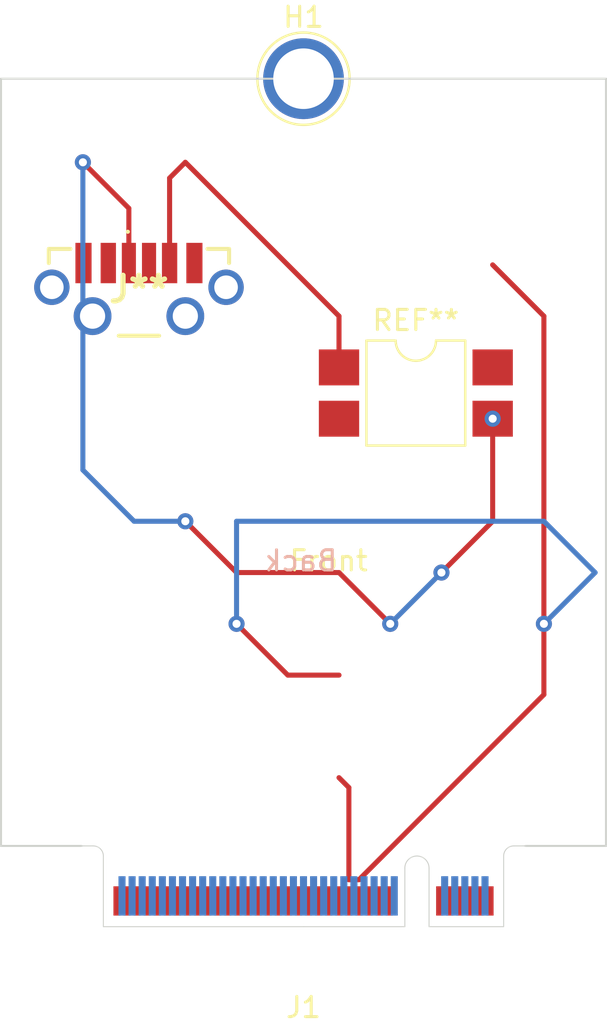
<source format=kicad_pcb>
(kicad_pcb (version 20221018) (generator pcbnew)
  (layers (0 "F.Cu" signal) (31 "B.Cu" signal) (34 "B.Paste" user) (35 "F.Paste" user) (36 "B.SilkS" user "B.Silkscreen") (37 "F.SilkS" user "F.Silkscreen") (38 "B.Mask" user) (39 "F.Mask" user) (44 "Edge.Cuts" user))
  (net 0 "")
  (net 1 "GND")
  (net 3 "Net-(J1-3.3V-Pad2)")
  (footprint "A_my_stuff:NGFF_B" (layer "F.Cu") (at 110 142)
    (fp_text reference "J1" (at 0 4) (layer "F.SilkS"))
    (fp_text value "Bus_M.2_Socket_B")
    (fp_line (start -11 -4) (end -10.425 -4) (stroke (width 0.05)) (layer "Edge.Cuts"))
    (fp_line (start -9.925 -3.5) (end -9.925 0) (stroke (width 0.05)) (layer "Edge.Cuts"))
    (fp_line (start -9.925 0) (end 0 0) (stroke (width 0.05)) (layer "Edge.Cuts"))
    (fp_line (start 0 0) (end 5.025 0) (stroke (width 0.05)) (layer "Edge.Cuts"))
    (fp_line (start 5.025 0) (end 5.025 -2.9) (stroke (width 0.05)) (layer "Edge.Cuts"))
    (fp_line (start 6.225 -2.9) (end 6.225 0) (stroke (width 0.05)) (layer "Edge.Cuts"))
    (fp_line (start 6.225 0) (end 9.925 0) (stroke (width 0.05)) (layer "Edge.Cuts"))
    (fp_line (start 9.925 0) (end 9.925 -3.5) (stroke (width 0.05)) (layer "Edge.Cuts"))
    (fp_line (start 10.425 -4) (end 11 -4) (stroke (width 0.05)) (layer "Edge.Cuts"))
    (fp_arc (start -10.425 -4) (mid -10.071447 -3.853553) (end -9.925 -3.5) (stroke (width 0.05)) (layer "Edge.Cuts"))
    (fp_arc (start 5.025 -2.9) (mid 5.625 -3.5) (end 6.225 -2.9) (stroke (width 0.05)) (layer "Edge.Cuts"))
    (fp_arc (start 9.925 -3.5) (mid 10.071447 -3.853553) (end 10.425 -4) (stroke (width 0.05)) (layer "Edge.Cuts"))
    (pad "1" smd rect (at 9.25 -1.275) (size 0.35 1.45) (layers "F.Cu"))
    (pad "2" smd rect (at 9 -1.525) (size 0.35 1.95) (layers "B.Cu") (net 3 "Net-(J1-3.3V-Pad2)"))
    (pad "3" smd rect (at 8.75 -1.275) (size 0.35 1.45) (layers "F.Cu") (net 1 "GND"))
    (pad "4" smd rect (at 8.5 -1.525) (size 0.35 1.95) (layers "B.Cu") (net 3 "Net-(J1-3.3V-Pad2)"))
    (pad "5" smd rect (at 8.25 -1.275) (size 0.35 1.45) (layers "F.Cu") (net 1 "GND"))
    (pad "6" smd rect (at 8 -1.525) (size 0.35 1.95) (layers "B.Cu"))
    (pad "7" smd rect (at 7.75 -1.275) (size 0.35 1.45) (layers "F.Cu"))
    (pad "8" smd rect (at 7.5 -1.525) (size 0.35 1.95) (layers "B.Cu"))
    (pad "9" smd rect (at 7.25 -1.275) (size 0.35 1.45) (layers "F.Cu"))
    (pad "10" smd rect (at 7 -1.525) (size 0.35 1.95) (layers "B.Cu"))
    (pad "11" smd rect (at 6.75 -1.275) (size 0.35 1.45) (layers "F.Cu") (net 1 "GND"))
    (pad "20" smd rect (at 4.5 -1.525) (size 0.35 1.95) (layers "B.Cu"))
    (pad "21" smd rect (at 4.25 -1.275) (size 0.35 1.45) (layers "F.Cu"))
    (pad "22" smd rect (at 4 -1.525) (size 0.35 1.95) (layers "B.Cu"))
    (pad "23" smd rect (at 3.75 -1.275) (size 0.35 1.45) (layers "F.Cu"))
    (pad "24" smd rect (at 3.5 -1.525) (size 0.35 1.95) (layers "B.Cu"))
    (pad "25" smd rect (at 3.25 -1.275) (size 0.35 1.45) (layers "F.Cu"))
    (pad "26" smd rect (at 3 -1.525) (size 0.35 1.95) (layers "B.Cu"))
    (pad "27" smd rect (at 2.75 -1.275) (size 0.35 1.45) (layers "F.Cu") (net 1 "GND"))
    (pad "28" smd rect (at 2.5 -1.525) (size 0.35 1.95) (layers "B.Cu"))
    (pad "29" smd rect (at 2.25 -1.275) (size 0.35 1.45) (layers "F.Cu"))
    (pad "30" smd rect (at 2 -1.525) (size 0.35 1.95) (layers "B.Cu"))
    (pad "31" smd rect (at 1.75 -1.275) (size 0.35 1.45) (layers "F.Cu"))
    (pad "32" smd rect (at 1.5 -1.525) (size 0.35 1.95) (layers "B.Cu"))
    (pad "33" smd rect (at 1.25 -1.275) (size 0.35 1.45) (layers "F.Cu") (net 1 "GND"))
    (pad "34" smd rect (at 1 -1.525) (size 0.35 1.95) (layers "B.Cu"))
    (pad "35" smd rect (at 0.75 -1.275) (size 0.35 1.45) (layers "F.Cu"))
    (pad "36" smd rect (at 0.5 -1.525) (size 0.35 1.95) (layers "B.Cu"))
    (pad "37" smd rect (at 0.25 -1.275) (size 0.35 1.45) (layers "F.Cu"))
    (pad "38" smd rect (at 0 -1.525) (size 0.35 1.95) (layers "B.Cu"))
    (pad "39" smd rect (at -0.25 -1.275) (size 0.35 1.45) (layers "F.Cu") (net 1 "GND"))
    (pad "40" smd rect (at -0.5 -1.525) (size 0.35 1.95) (layers "B.Cu"))
    (pad "41" smd rect (at -0.75 -1.275) (size 0.35 1.45) (layers "F.Cu"))
    (pad "42" smd rect (at -1 -1.525) (size 0.35 1.95) (layers "B.Cu"))
    (pad "43" smd rect (at -1.25 -1.275) (size 0.35 1.45) (layers "F.Cu"))
    (pad "44" smd rect (at -1.5 -1.525) (size 0.35 1.95) (layers "B.Cu"))
    (pad "45" smd rect (at -1.75 -1.275) (size 0.35 1.45) (layers "F.Cu") (net 1 "GND"))
    (pad "46" smd rect (at -2 -1.525) (size 0.35 1.95) (layers "B.Cu"))
    (pad "47" smd rect (at -2.25 -1.275) (size 0.35 1.45) (layers "F.Cu"))
    (pad "48" smd rect (at -2.5 -1.525) (size 0.35 1.95) (layers "B.Cu"))
    (pad "49" smd rect (at -2.75 -1.275) (size 0.35 1.45) (layers "F.Cu"))
    (pad "50" smd rect (at -3 -1.525) (size 0.35 1.95) (layers "B.Cu"))
    (pad "51" smd rect (at -3.25 -1.275) (size 0.35 1.45) (layers "F.Cu") (net 1 "GND"))
    (pad "52" smd rect (at -3.5 -1.525) (size 0.35 1.95) (layers "B.Cu"))
    (pad "53" smd rect (at -3.75 -1.275) (size 0.35 1.45) (layers "F.Cu"))
    (pad "54" smd rect (at -4 -1.525) (size 0.35 1.95) (layers "B.Cu"))
    (pad "55" smd rect (at -4.25 -1.275) (size 0.35 1.45) (layers "F.Cu"))
    (pad "56" smd rect (at -4.5 -1.525) (size 0.35 1.95) (layers "B.Cu"))
    (pad "57" smd rect (at -4.75 -1.275) (size 0.35 1.45) (layers "F.Cu") (net 1 "GND"))
    (pad "58" smd rect (at -5 -1.525) (size 0.35 1.95) (layers "B.Cu"))
    (pad "59" smd rect (at -5.25 -1.275) (size 0.35 1.45) (layers "F.Cu"))
    (pad "60" smd rect (at -5.5 -1.525) (size 0.35 1.95) (layers "B.Cu"))
    (pad "61" smd rect (at -5.75 -1.275) (size 0.35 1.45) (layers "F.Cu"))
    (pad "62" smd rect (at -6 -1.525) (size 0.35 1.95) (layers "B.Cu"))
    (pad "63" smd rect (at -6.25 -1.275) (size 0.35 1.45) (layers "F.Cu"))
    (pad "64" smd rect (at -6.5 -1.525) (size 0.35 1.95) (layers "B.Cu"))
    (pad "65" smd rect (at -6.75 -1.275) (size 0.35 1.45) (layers "F.Cu"))
    (pad "66" smd rect (at -7 -1.525) (size 0.35 1.95) (layers "B.Cu"))
    (pad "67" smd rect (at -7.25 -1.275) (size 0.35 1.45) (layers "F.Cu"))
    (pad "68" smd rect (at -7.5 -1.525) (size 0.35 1.95) (layers "B.Cu"))
    (pad "69" smd rect (at -7.75 -1.275) (size 0.35 1.45) (layers "F.Cu"))
    (pad "70" smd rect (at -8 -1.525) (size 0.35 1.95) (layers "B.Cu") (net 3 "Net-(J1-3.3V-Pad2)"))
    (pad "71" smd rect (at -8.25 -1.275) (size 0.35 1.45) (layers "F.Cu") (net 1 "GND"))
    (pad "72" smd rect (at -8.5 -1.525) (size 0.35 1.95) (layers "B.Cu") (net 3 "Net-(J1-3.3V-Pad2)"))
    (pad "73" smd rect (at -8.75 -1.275) (size 0.35 1.45) (layers "F.Cu") (net 1 "GND"))
    (pad "74" smd rect (at -9 -1.525) (size 0.35 1.95) (layers "B.Cu") (net 3 "Net-(J1-3.3V-Pad2)"))
    (pad "75" smd rect (at -9.25 -1.275) (size 0.35 1.45) (layers "F.Cu"))
  )
  (footprint "Package_DIP:SMDIP-4_W7.62mm" (layer "F.Cu") (at 115.57 115.57)
    (fp_text reference "REF**" (at 0 -3.6) (layer "F.SilkS"))
    (fp_text value "SMDIP-4_W7.62mm")
    (fp_line (start -2.45 -2.6) (end -2.45 2.6) (stroke (width 0.12)) (layer "F.SilkS"))
    (fp_line (start -2.45 2.6) (end 2.45 2.6) (stroke (width 0.12)) (layer "F.SilkS"))
    (fp_line (start -1 -2.6) (end -2.45 -2.6) (stroke (width 0.12)) (layer "F.SilkS"))
    (fp_line (start 2.45 -2.6) (end 1 -2.6) (stroke (width 0.12)) (layer "F.SilkS"))
    (fp_line (start 2.45 2.6) (end 2.45 -2.6) (stroke (width 0.12)) (layer "F.SilkS"))
    (fp_arc (start 1 -2.6) (mid 0 -1.6) (end -1 -2.6) (stroke (width 0.12)) (layer "F.SilkS"))
    (pad "1" smd rect (at -3.81 -1.27) (size 2 1.78) (layers "F.Cu" "F.Paste" "F.Mask"))
    (pad "2" smd rect (at -3.81 1.27) (size 2 1.78) (layers "F.Cu" "F.Paste" "F.Mask"))
    (pad "3" smd rect (at 3.81 1.27) (size 2 1.78) (layers "F.Cu" "F.Paste" "F.Mask"))
    (pad "4" smd rect (at 3.81 -1.27) (size 2 1.78) (layers "F.Cu" "F.Paste" "F.Mask"))
  )
  (footprint "Library:USB4140GF0170C" (layer "F.Cu") (at 101.84 110.58)
    (fp_text reference "J**" (at 0 -0.15) (layer "F.SilkS") (effects (font (size 1.27 1.27) (thickness 0.254))))
    (fp_text value "USB4140GF0170C" hide)
    (fp_line (start -4.47 -2.15) (end -4.47 -1.45) (stroke (width 0.2)) (layer "F.SilkS"))
    (fp_line (start -3.4 -2.15) (end -4.47 -2.15) (stroke (width 0.2)) (layer "F.SilkS"))
    (fp_line (start -1 2.15) (end 1 2.15) (stroke (width 0.2)) (layer "F.SilkS"))
    (fp_line (start -0.6 -3) (end -0.6 -3) (stroke (width 0.1)) (layer "F.SilkS"))
    (fp_line (start -0.5 -3) (end -0.5 -3) (stroke (width 0.1)) (layer "F.SilkS"))
    (fp_line (start 3.4 -2.15) (end 4.47 -2.15) (stroke (width 0.2)) (layer "F.SilkS"))
    (fp_line (start 4.47 -2.15) (end 4.47 -1.45) (stroke (width 0.2)) (layer "F.SilkS"))
    (fp_arc (start -0.6 -3) (mid -0.55 -3.05) (end -0.5 -3) (stroke (width 0.1)) (layer "F.SilkS"))
    (fp_arc (start -0.5 -3) (mid -0.55 -2.95) (end -0.6 -3) (stroke (width 0.1)) (layer "F.SilkS"))
    (pad "" np_thru_hole circle (at -3.875 1.55) (size 0.65 0.65) (drill 0.65) (layers "*.Cu" "*.Mask"))
    (pad "" np_thru_hole circle (at 3.875 1.55) (size 1.07 1.07) (drill 1.07) (layers "*.Cu" "*.Mask"))
    (pad "A5" smd rect (at -0.5 -1.45) (size 0.7 2) (layers "F.Cu" "F.Paste" "F.Mask"))
    (pad "A9" smd rect (at 1.52 -1.45) (size 0.76 2) (layers "F.Cu" "F.Paste" "F.Mask"))
    (pad "A12" smd rect (at 2.75 -1.45) (size 0.8 2) (layers "F.Cu" "F.Paste" "F.Mask"))
    (pad "B5" smd rect (at 0.5 -1.45) (size 0.7 2) (layers "F.Cu" "F.Paste" "F.Mask"))
    (pad "B9" smd rect (at -1.52 -1.45) (size 0.76 2) (layers "F.Cu" "F.Paste" "F.Mask"))
    (pad "B12" smd rect (at -2.75 -1.45) (size 0.8 2) (layers "F.Cu" "F.Paste" "F.Mask"))
    (pad "MH1" thru_hole circle (at -4.32 -0.25) (size 1.755 1.755) (drill 1.17) (layers "*.Cu" "*.Mask"))
    (pad "MH2" thru_hole circle (at 4.32 -0.25) (size 1.755 1.755) (drill 1.17) (layers "*.Cu" "*.Mask"))
    (pad "MH3" thru_hole circle (at -2.3 1.18) (size 1.875 1.875) (drill 1.25) (layers "*.Cu" "*.Mask"))
    (pad "MH4" thru_hole circle (at 2.3 1.18) (size 1.875 1.875) (drill 1.25) (layers "*.Cu" "*.Mask"))
  )
  (footprint "TestPoint:TestPoint_Plated_Hole_D3.0mm" (layer "F.Cu") (at 110 100)
    (fp_text reference "H1" (at 0 -3.048) (layer "F.SilkS"))
    (fp_text value "MountingHole_Pad")
    (fp_circle (center 0 0) (end 0 -2.286) (stroke (width 0.12)) (fill none) (layer "F.SilkS"))
    (pad "1" thru_hole circle (at 0 0) (size 4 4) (drill 3) (layers "*.Cu" "*.Mask") (net 1 "GND"))
  )
  (gr_line (start 125 138) (end 125 100) (stroke (width 0.1)) (layer "Edge.Cuts"))
  (gr_line (start 125 100) (end 95 100) (stroke (width 0.1)) (layer "Edge.Cuts"))
  (gr_line (start 95 100) (end 95 138) (stroke (width 0.1)) (layer "Edge.Cuts"))
  (gr_line (start 121 138) (end 125 138) (stroke (width 0.1)) (layer "Edge.Cuts"))
  (gr_line (start 95 138) (end 99 138) (stroke (width 0.1)) (layer "Edge.Cuts"))
  (gr_text "Back" (at 111.76 124.46) (layer "B.SilkS") (effects (font (size 1 1)) (justify left bottom mirror)))
  (gr_text "Front" (at 109.22 124.46) (layer "F.SilkS") (effects (font (size 1 1)) (justify left bottom)))
  (segment (start 101.34 106.42) (end 99.06 104.14) (width 0.25) (layer "F.Cu") (net 0))
  (segment (start 119.38 137.16) (end 116.84 139.7) (width 0) (layer "F.Cu") (net 0))
  (segment (start 119.38 109.22) (end 121.92 111.76) (width 0.25) (layer "F.Cu") (net 0))
  (segment (start 104.14 104.14) (end 111.76 111.76) (width 0.25) (layer "F.Cu") (net 0))
  (segment (start 112.25 135.11) (end 111.76 134.62) (width 0.25) (layer "F.Cu") (net 0))
  (segment (start 119.38 114.3) (end 119.38 137.67) (width 0) (layer "F.Cu") (net 0))
  (segment (start 116.84 139.7) (end 116.84 137.16) (width 0) (layer "F.Cu") (net 0))
  (segment (start 103.36 104.92) (end 104.14 104.14) (width 0.25) (layer "F.Cu") (net 0))
  (segment (start 109.22 129.54) (end 106.68 127) (width 0.25) (layer "F.Cu") (net 0))
  (segment (start 119.38 114.3) (end 119.38 137.16) (width 0) (layer "F.Cu") (net 0))
  (segment (start 116.84 137.16) (end 111.76 137.16) (width 0) (layer "F.Cu") (net 0))
  (segment (start 103.36 109.13) (end 103.36 104.92) (width 0.25) (layer "F.Cu") (net 0))
  (segment (start 121.92 111.76) (end 121.92 127) (width 0.25) (layer "F.Cu") (net 0))
  (segment (start 116.84 124.46) (end 119.38 121.92) (width 0.25) (layer "F.Cu") (net 0))
  (segment (start 119.38 137.67) (end 117.25 139.8) (width 0) (layer "F.Cu") (net 0))
  (segment (start 119.38 121.92) (end 119.38 116.84) (width 0.25) (layer "F.Cu") (net 0))
  (segment (start 112.75 139.675) (end 112.25 139.675) (width 0.25) (layer "F.Cu") (net 0))
  (segment (start 104.14 121.92) (end 106.68 124.46) (width 0.25) (layer "F.Cu") (net 0))
  (segment (start 121.92 130.505) (end 112.75 139.675) (width 0.25) (layer "F.Cu") (net 0))
  (segment (start 111.76 129.54) (end 109.22 129.54) (width 0.25) (layer "F.Cu") (net 0))
  (segment (start 111.76 111.76) (end 111.76 114.3) (width 0.25) (layer "F.Cu") (net 0))
  (segment (start 101.34 109.13) (end 101.34 106.42) (width 0.25) (layer "F.Cu") (net 0))
  (segment (start 112.25 139.675) (end 112.25 135.11) (width 0.25) (layer "F.Cu") (net 0))
  (segment (start 121.92 127) (end 121.92 130.505) (width 0.25) (layer "F.Cu") (net 0))
  (segment (start 111.76 124.46) (end 114.3 127) (width 0.25) (layer "F.Cu") (net 0))
  (segment (start 111.76 137.16) (end 109.22 139.7) (width 0) (layer "F.Cu") (net 0))
  (segment (start 106.68 124.46) (end 111.76 124.46) (width 0.25) (layer "F.Cu") (net 0))
  (via (at 121.92 127) (size 0.8) (drill 0.4) (layers "F.Cu" "B.Cu") (net 0))
  (via (at 99.06 104.14) (size 0.8) (drill 0.4) (layers "F.Cu" "B.Cu") (net 0))
  (via (at 104.14 121.92) (size 0.8) (drill 0.4) (layers "F.Cu" "B.Cu") (net 0))
  (via (at 119.38 116.84) (size 0.8) (drill 0.4) (layers "F.Cu" "B.Cu") (net 0))
  (via (at 116.84 124.46) (size 0.8) (drill 0.4) (layers "F.Cu" "B.Cu") (net 0))
  (via (at 106.68 127) (size 0.8) (drill 0.4) (layers "F.Cu" "B.Cu") (net 0))
  (via (at 114.3 127) (size 0.8) (drill 0.4) (layers "F.Cu" "B.Cu") (net 0))
  (segment (start 114.3 127) (end 116.84 124.46) (width 0.25) (layer "B.Cu") (net 0))
  (segment (start 101.6 121.92) (end 104.14 121.92) (width 0.25) (layer "B.Cu") (net 0))
  (segment (start 124.46 124.46) (end 121.92 127) (width 0.25) (layer "B.Cu") (net 0))
  (segment (start 99.06 119.38) (end 101.6 121.92) (width 0.25) (layer "B.Cu") (net 0))
  (segment (start 106.68 127) (end 106.68 121.92) (width 0.25) (layer "B.Cu") (net 0))
  (segment (start 99.06 104.14) (end 99.06 119.38) (width 0.25) (layer "B.Cu") (net 0))
  (segment (start 106.68 121.92) (end 121.92 121.92) (width 0.25) (layer "B.Cu") (net 0))
  (segment (start 121.92 121.92) (end 124.46 124.46) (width 0.25) (layer "B.Cu") (net 0))
)
</source>
